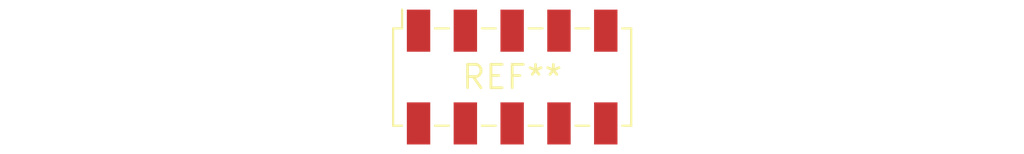
<source format=kicad_pcb>
(kicad_pcb (version 20240108) (generator pcbnew)
  (layers (0 "F.Cu" signal) (31 "B.Cu" signal) (34 "B.Paste" user) (35 "F.Paste" user) (36 "B.SilkS" user "B.Silkscreen") (37 "F.SilkS" user "F.Silkscreen") (38 "B.Mask" user) (39 "F.Mask" user) (44 "Edge.Cuts" user))
  (net 0 "")
  (footprint "Samtec_HLE-105-02-xxx-DV_2x05_P2.54mm_Horizontal" (layer "F.Cu") (at 0 0)
    (property "Reference" "REF**")
    (property "Value" "Samtec_HLE-105-02-xxx-DV_2x05_P2.54mm_Horizontal")
    (fp_line (start -6.46 -2.65) (end -6.46 2.65) (layer "F.SilkS") (stroke (width 0.12)))
    (fp_line (start -6.46 2.65) (end -5.975 2.65) (layer "F.SilkS") (stroke (width 0.12)))
    (fp_line (start -5.975 -3.67) (end -5.975 -2.65) (layer "F.SilkS") (stroke (width 0.12)))
    (fp_line (start -5.975 -2.65) (end -6.46 -2.65) (layer "F.SilkS") (stroke (width 0.12)))
    (fp_line (start -4.185 -2.65) (end -3.435 -2.65) (layer "F.SilkS") (stroke (width 0.12)))
    (fp_line (start -4.185 2.65) (end -3.435 2.65) (layer "F.SilkS") (stroke (width 0.12)))
    (fp_line (start -1.645 -2.65) (end -0.895 -2.65) (layer "F.SilkS") (stroke (width 0.12)))
    (fp_line (start -1.645 2.65) (end -0.895 2.65) (layer "F.SilkS") (stroke (width 0.12)))
    (fp_line (start 0.895 -2.65) (end 1.645 -2.65) (layer "F.SilkS") (stroke (width 0.12)))
    (fp_line (start 0.895 2.65) (end 1.645 2.65) (layer "F.SilkS") (stroke (width 0.12)))
    (fp_line (start 3.435 -2.65) (end 4.185 -2.65) (layer "F.SilkS") (stroke (width 0.12)))
    (fp_line (start 3.435 2.65) (end 4.185 2.65) (layer "F.SilkS") (stroke (width 0.12)))
    (fp_line (start 5.975 -2.65) (end 6.46 -2.65) (layer "F.SilkS") (stroke (width 0.12)))
    (fp_line (start 6.46 -2.65) (end 6.46 2.65) (layer "F.SilkS") (stroke (width 0.12)))
    (fp_line (start 6.46 2.65) (end 5.975 2.65) (layer "F.SilkS") (stroke (width 0.12)))
    (pad "1" smd rect (at -5.08 -2.525) (size 1.27 2.29) (layers "F.Cu" "F.Paste" "F.Mask"))
    (pad "2" smd rect (at -5.08 2.525) (size 1.27 2.29) (layers "F.Cu" "F.Paste" "F.Mask"))
    (pad "3" smd rect (at -2.54 -2.525) (size 1.27 2.29) (layers "F.Cu" "F.Paste" "F.Mask"))
    (pad "4" smd rect (at -2.54 2.525) (size 1.27 2.29) (layers "F.Cu" "F.Paste" "F.Mask"))
    (pad "5" smd rect (at 0 -2.525) (size 1.27 2.29) (layers "F.Cu" "F.Paste" "F.Mask"))
    (pad "6" smd rect (at 0 2.525) (size 1.27 2.29) (layers "F.Cu" "F.Paste" "F.Mask"))
    (pad "7" smd rect (at 2.54 -2.525) (size 1.27 2.29) (layers "F.Cu" "F.Paste" "F.Mask"))
    (pad "8" smd rect (at 2.54 2.525) (size 1.27 2.29) (layers "F.Cu" "F.Paste" "F.Mask"))
    (pad "9" smd rect (at 5.08 -2.525) (size 1.27 2.29) (layers "F.Cu" "F.Paste" "F.Mask"))
    (pad "10" smd rect (at 5.08 2.525) (size 1.27 2.29) (layers "F.Cu" "F.Paste" "F.Mask"))
  )
)
</source>
